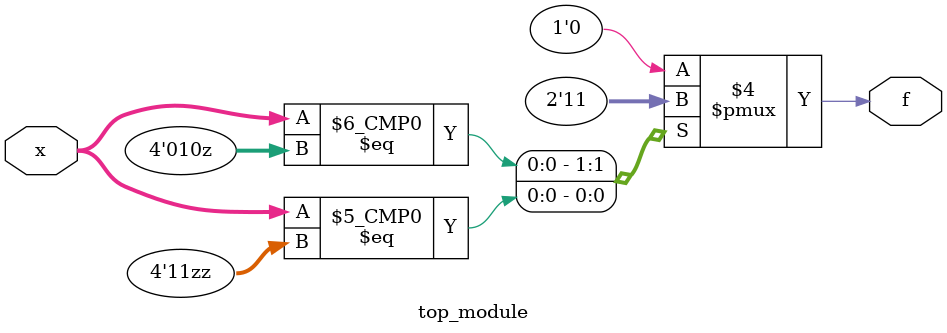
<source format=sv>
module top_module (
	input [4:1] x,
	output logic f
);

always_comb begin
  case (x)
    4'b00??: f = 0; // don't care
    4'b010?: f = 1;
    4'b11??: f = 1; // don't care
    4'b10??, 4'b11??: f = 0; // don't care
    default: f = 0; // for any other input, set f to 0
  endcase
end

endmodule

</source>
